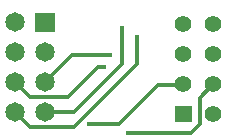
<source format=gbl>
G04 Layer: BottomLayer*
G04 EasyEDA v6.1.52, Thu, 18 Jul 2019 05:10:24 GMT*
G04 901f24a5bca74c948225dbc6938cad0f,10*
G04 Gerber Generator version 0.2*
G04 Scale: 100 percent, Rotated: No, Reflected: No *
G04 Dimensions in millimeters *
G04 leading zeros omitted , absolute positions ,3 integer and 3 decimal *
%FSLAX33Y33*%
%MOMM*%
G90*
G71D02*

%ADD11C,0.299999*%
%ADD12C,0.399999*%
%ADD13C,1.399997*%
%ADD15C,1.650009*%

%LPD*%
G54D11*
G01X9398Y7112D02*
G01X6223Y7112D01*
G01X3937Y4826D01*
G01X11684Y8636D02*
G01X11684Y6350D01*
G01X6350Y1016D01*
G01X2667Y1016D01*
G01X1397Y2286D01*
G01X10414Y9398D02*
G01X10414Y6350D01*
G01X6350Y2286D01*
G01X3937Y2286D01*
G01X8890Y6096D02*
G01X8382Y6096D01*
G01X5842Y3556D01*
G01X2667Y3556D01*
G01X1397Y4826D01*
G01X10922Y508D02*
G01X16256Y508D01*
G01X17018Y1270D01*
G01X17018Y3526D01*
G01X18180Y4688D01*
G01X7620Y1270D02*
G01X10160Y1270D01*
G01X13462Y4572D01*
G01X15523Y4572D01*
G01X15640Y4688D01*
G54D13*
G01X18180Y9768D03*
G01X15640Y9768D03*
G01X18180Y7228D03*
G01X15640Y7228D03*
G01X18180Y4688D03*
G01X15640Y4688D03*
G01X18180Y2148D03*
G36*
G01X16339Y2847D02*
G01X16339Y1447D01*
G01X14940Y1447D01*
G01X14940Y2847D01*
G01X16339Y2847D01*
G37*
G54D15*
G01X1397Y2286D03*
G01X3937Y2286D03*
G01X1397Y4826D03*
G01X3937Y4826D03*
G01X1397Y7366D03*
G01X3937Y7366D03*
G01X1397Y9906D03*
G36*
G01X4761Y10730D02*
G01X4761Y9081D01*
G01X3112Y9081D01*
G01X3112Y10730D01*
G01X4761Y10730D01*
G37*
G54D12*
G01X10414Y9398D03*
G01X11684Y8636D03*
G01X9398Y7112D03*
G01X8890Y6096D03*
G01X10922Y508D03*
G01X7620Y1270D03*
M00*
M02*

</source>
